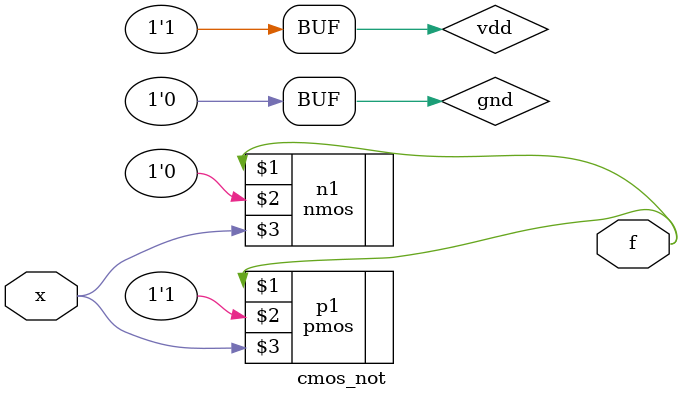
<source format=v>
module cmos_not(x,f);
    input x;
    output f;
    supply1 vdd;
    supply0 gnd;
    pmos p1(f, vdd,x);
    nmos n1(f,gnd,x);
endmodule
</source>
